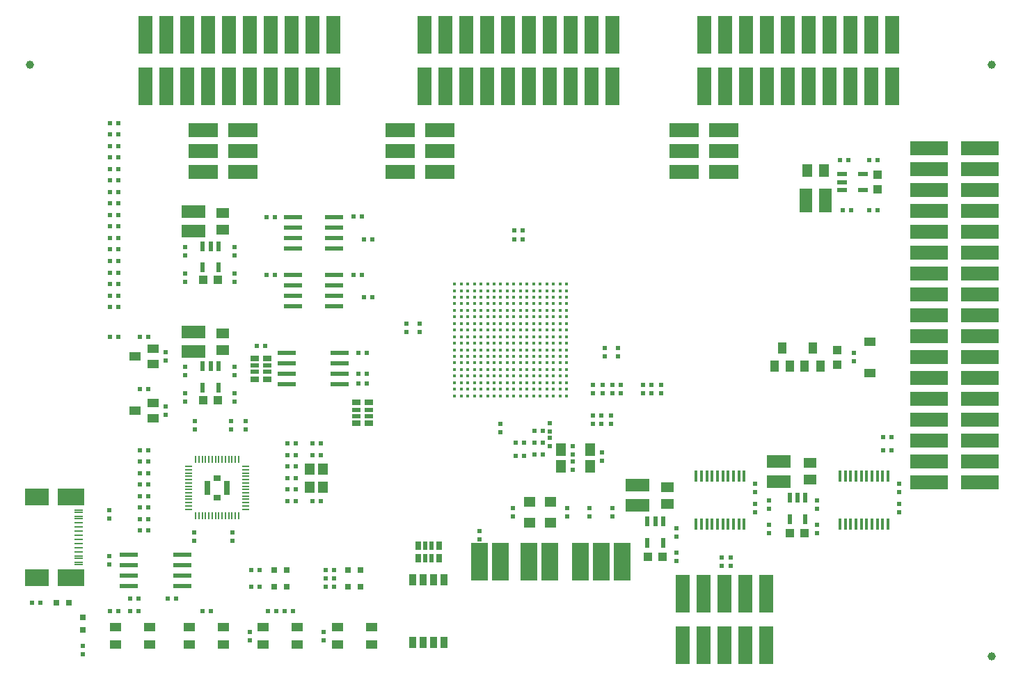
<source format=gbr>
%TF.GenerationSoftware,KiCad,Pcbnew,7.0.9-7.0.9~ubuntu22.04.1*%
%TF.CreationDate,2023-12-13T13:54:37+02:00*%
%TF.ProjectId,GateMateA1-EVB_Rev_A,47617465-4d61-4746-9541-312d4556425f,A*%
%TF.SameCoordinates,PX5f5e100PY7bfa480*%
%TF.FileFunction,Paste,Top*%
%TF.FilePolarity,Positive*%
%FSLAX46Y46*%
G04 Gerber Fmt 4.6, Leading zero omitted, Abs format (unit mm)*
G04 Created by KiCad (PCBNEW 7.0.9-7.0.9~ubuntu22.04.1) date 2023-12-13 13:54:37*
%MOMM*%
%LPD*%
G01*
G04 APERTURE LIST*
G04 Aperture macros list*
%AMOutline4P*
0 Free polygon, 4 corners , with rotation*
0 The origin of the aperture is its center*
0 number of corners: always 4*
0 $1 to $8 corner X, Y*
0 $9 Rotation angle, in degrees counterclockwise*
0 create outline with 4 corners*
4,1,4,$1,$2,$3,$4,$5,$6,$7,$8,$1,$2,$9*%
G04 Aperture macros list end*
%ADD10R,0.500000X0.550000*%
%ADD11R,0.550000X0.500000*%
%ADD12R,3.556000X1.778000*%
%ADD13R,3.000000X1.600000*%
%ADD14R,3.200000X2.100000*%
%ADD15R,3.000000X2.100000*%
%ADD16R,2.200000X1.100000*%
%ADD17R,2.000000X1.100000*%
%ADD18R,1.130000X0.280000*%
%ADD19R,1.130000X0.230000*%
%ADD20R,4.550000X1.700000*%
%ADD21R,1.700000X4.550000*%
%ADD22R,2.200000X0.600000*%
%ADD23R,0.960000X1.470000*%
%ADD24R,0.550000X1.200000*%
%ADD25R,1.016000X1.016000*%
%ADD26C,1.000000*%
%ADD27R,1.524000X1.270000*%
%ADD28R,1.400000X1.000000*%
%ADD29R,0.800000X0.800000*%
%ADD30Outline4P,-0.850000X-2.275000X0.850000X-2.275000X0.850000X2.275000X-0.850000X2.275000X180.000000*%
%ADD31R,1.016000X0.762000*%
%ADD32R,1.016000X0.508000*%
%ADD33R,2.032000X4.572000*%
%ADD34R,1.270000X1.524000*%
%ADD35R,0.762000X1.016000*%
%ADD36R,0.508000X1.016000*%
%ADD37R,0.886000X0.211000*%
%ADD38R,0.211000X0.886000*%
%ADD39R,0.800000X1.700000*%
%ADD40R,0.949200X0.800000*%
%ADD41R,1.200000X0.550000*%
%ADD42R,0.420000X0.420000*%
%ADD43R,0.350000X1.400000*%
%ADD44R,1.200000X1.400000*%
%ADD45R,1.000000X1.400000*%
%ADD46R,1.600000X3.000000*%
%ADD47R,1.400000X1.200000*%
G04 APERTURE END LIST*
D10*
X11292000Y7000000D03*
X12308000Y7000000D03*
X77100000Y34500000D03*
X76084000Y34500000D03*
D11*
X26200000Y16608000D03*
X26200000Y15592000D03*
D12*
X27413000Y65540000D03*
X22587000Y65540000D03*
X27413000Y63000000D03*
X22587000Y63000000D03*
X27413000Y60460000D03*
X22587000Y60460000D03*
D13*
X92600000Y22800000D03*
X92600000Y25200000D03*
D14*
X6530000Y11072400D03*
X6530000Y20927600D03*
D15*
X2350000Y11072400D03*
X2350000Y20927600D03*
D16*
X6530000Y11072400D03*
X6530000Y20927600D03*
D17*
X2350000Y11072400D03*
X2350000Y20927600D03*
D18*
X7432000Y19325000D03*
X7432000Y18525000D03*
D19*
X7432000Y17250000D03*
X7432000Y16250000D03*
X7432000Y15750000D03*
X7432000Y14750000D03*
D18*
X7432000Y13475000D03*
X7432000Y12675000D03*
X7432000Y12925000D03*
X7432000Y13725000D03*
D19*
X7432000Y14250000D03*
X7432000Y15250000D03*
X7432000Y16750000D03*
X7432000Y17750000D03*
D18*
X7432000Y18275000D03*
X7432000Y19075000D03*
D20*
X117125000Y63320000D03*
X110875000Y63320000D03*
X117125000Y60780000D03*
X110875000Y60780000D03*
X117125000Y58240000D03*
X110875000Y58240000D03*
X117125000Y55700000D03*
X110875000Y55700000D03*
X117125000Y53160000D03*
X110875000Y53160000D03*
X117125000Y50620000D03*
X110875000Y50620000D03*
X117125000Y48080000D03*
X110875000Y48080000D03*
X117125000Y45540000D03*
X110875000Y45540000D03*
X117125000Y43000000D03*
X110875000Y43000000D03*
X117125000Y40460000D03*
X110875000Y40460000D03*
X117125000Y37920000D03*
X110875000Y37920000D03*
X117125000Y35380000D03*
X110875000Y35380000D03*
X117125000Y32840000D03*
X110875000Y32840000D03*
X117125000Y30300000D03*
X110875000Y30300000D03*
X117125000Y27760000D03*
X110875000Y27760000D03*
X117125000Y25220000D03*
X110875000Y25220000D03*
X117125000Y22680000D03*
X110875000Y22680000D03*
D21*
X15570000Y77125000D03*
X15570000Y70875000D03*
X18110000Y77125000D03*
X18110000Y70875000D03*
X20650000Y77125000D03*
X20650000Y70875000D03*
X23190000Y77125000D03*
X23190000Y70875000D03*
X25730000Y77125000D03*
X25730000Y70875000D03*
X28270000Y77125000D03*
X28270000Y70875000D03*
X30810000Y77125000D03*
X30810000Y70875000D03*
X33350000Y77125000D03*
X33350000Y70875000D03*
X35890000Y77125000D03*
X35890000Y70875000D03*
X38430000Y77125000D03*
X38430000Y70875000D03*
X83570000Y77125000D03*
X83570000Y70875000D03*
X86110000Y77125000D03*
X86110000Y70875000D03*
X88650000Y77125000D03*
X88650000Y70875000D03*
X91190000Y77125000D03*
X91190000Y70875000D03*
X93730000Y77125000D03*
X93730000Y70875000D03*
X96270000Y77125000D03*
X96270000Y70875000D03*
X98810000Y77125000D03*
X98810000Y70875000D03*
X101350000Y77125000D03*
X101350000Y70875000D03*
X103890000Y77125000D03*
X103890000Y70875000D03*
X106430000Y77125000D03*
X106430000Y70875000D03*
D22*
X20035000Y10095000D03*
X20035000Y11365000D03*
X20035000Y12635000D03*
X20035000Y13905000D03*
X13565000Y13905000D03*
X13565000Y12635000D03*
X13565000Y11365000D03*
X13565000Y10095000D03*
D10*
X41908000Y55000000D03*
X40892000Y55000000D03*
D23*
X48095000Y10810000D03*
X48095000Y3190000D03*
X49365000Y10810000D03*
X49365000Y3190000D03*
X50635000Y10810000D03*
X50635000Y3190000D03*
X51905000Y10810000D03*
X51905000Y3190000D03*
D10*
X62892000Y28900000D03*
X63908000Y28900000D03*
D24*
X95850000Y20800000D03*
X94900000Y20800000D03*
X93950000Y20800000D03*
X93950000Y18200000D03*
X95850000Y18200000D03*
D10*
X37492000Y11000000D03*
X38508000Y11000000D03*
D22*
X33500000Y54905000D03*
X33500000Y53635000D03*
X33500000Y52365000D03*
X33500000Y51095000D03*
X38500000Y51095000D03*
X38500000Y52365000D03*
X38500000Y53635000D03*
X38500000Y54905000D03*
D10*
X11292000Y44000000D03*
X12308000Y44000000D03*
X103600000Y61900000D03*
X104616000Y61900000D03*
D11*
X101750000Y37392000D03*
X101750000Y38408000D03*
X86800000Y13508000D03*
X86800000Y12492000D03*
X60300001Y18492000D03*
X60300001Y19508000D03*
D10*
X77100000Y33500000D03*
X76084000Y33500000D03*
X15908000Y23800000D03*
X14892000Y23800000D03*
D11*
X91400000Y19492000D03*
X91400000Y20508000D03*
D10*
X71008000Y30800000D03*
X69992000Y30800000D03*
D11*
X18000000Y37492001D03*
X18000000Y38508001D03*
D25*
X99750000Y38788999D03*
X99750000Y37010999D03*
D10*
X14892000Y21000000D03*
X15908000Y21000000D03*
D11*
X70000000Y33492000D03*
X70000000Y34508000D03*
D25*
X22600000Y47300000D03*
X24378000Y47300000D03*
D26*
X118500000Y1500000D03*
D11*
X91400000Y17508000D03*
X91400000Y16492000D03*
D10*
X15908000Y34000000D03*
X14892000Y34000000D03*
D11*
X85700000Y13508000D03*
X85700000Y12492000D03*
X26400000Y50292000D03*
X26400000Y51308000D03*
D10*
X12308000Y40400000D03*
X11292000Y40400000D03*
D11*
X71500000Y39008000D03*
X71500000Y37992000D03*
D10*
X2758000Y8000000D03*
X1742000Y8000000D03*
X38508000Y10000000D03*
X37492000Y10000000D03*
D27*
X79100000Y22116000D03*
X79100000Y20084000D03*
D10*
X41492000Y35900000D03*
X42508000Y35900000D03*
D28*
X103750000Y35999999D03*
X103750000Y39799999D03*
D11*
X28250000Y4508000D03*
X28250000Y3492000D03*
X37250000Y3492000D03*
X37250000Y4508000D03*
D10*
X29508000Y10000000D03*
X28492000Y10000000D03*
X11292000Y55200000D03*
X12308000Y55200000D03*
X12308000Y58000000D03*
X11292000Y58000000D03*
D29*
X4738000Y8000000D03*
X6262000Y8000000D03*
D11*
X97300000Y17508000D03*
X97300000Y16492000D03*
X78300000Y34508000D03*
X78300000Y33492000D03*
D26*
X118500000Y73500000D03*
D10*
X15908000Y16800000D03*
X14892000Y16800000D03*
D22*
X33500000Y47905000D03*
X33500000Y46635000D03*
X33500000Y45365000D03*
X33500000Y44095000D03*
X38500000Y44095000D03*
X38500000Y45365000D03*
X38500000Y46635000D03*
X38500000Y47905000D03*
D10*
X36908000Y20400000D03*
X35892000Y20400000D03*
D25*
X76711000Y13600000D03*
X78489000Y13600000D03*
D10*
X11292000Y45400000D03*
X12308000Y45400000D03*
D26*
X1500000Y73500000D03*
D10*
X35892000Y26000000D03*
X36908000Y26000000D03*
X12308001Y53800000D03*
X11292001Y53800000D03*
X11292001Y62200000D03*
X12308001Y62200000D03*
D29*
X31238000Y10000000D03*
X32762000Y10000000D03*
D11*
X107250000Y22508000D03*
X107250000Y21492000D03*
D27*
X96400000Y25016000D03*
X96400000Y22984000D03*
D11*
X64800000Y27092000D03*
X64800000Y28108000D03*
D10*
X62892000Y27500000D03*
X63908000Y27500000D03*
D11*
X72200000Y30808000D03*
X72200000Y29792000D03*
D10*
X62892000Y26100000D03*
X63908000Y26100000D03*
X35892000Y27393800D03*
X36908000Y27393800D03*
X29508000Y12000000D03*
X28492000Y12000000D03*
D25*
X94011000Y16500000D03*
X95789000Y16500000D03*
D11*
X20400000Y50292000D03*
X20400000Y51308000D03*
D10*
X11292000Y51000000D03*
X12308000Y51000000D03*
D30*
X91080000Y2875000D03*
X91080000Y9125000D03*
X88540000Y2875000D03*
X88540000Y9125000D03*
X86000000Y2875000D03*
X86000000Y9125000D03*
X83460000Y2875000D03*
X83460000Y9125000D03*
X80920000Y2875000D03*
X80920000Y9125000D03*
D11*
X80150000Y16092000D03*
X80150000Y17108000D03*
D10*
X61508000Y52200000D03*
X60492000Y52200000D03*
D11*
X21500000Y16608000D03*
X21500000Y15592000D03*
D10*
X11292000Y63600000D03*
X12308000Y63600000D03*
D31*
X42762000Y29830000D03*
X41238000Y29830000D03*
D32*
X42762000Y30719000D03*
X41238000Y30719000D03*
X42762000Y31481000D03*
X41238000Y31481000D03*
D31*
X42762000Y32370000D03*
X41238000Y32370000D03*
D13*
X21400000Y53200000D03*
X21400000Y55600000D03*
D28*
X38925000Y5075000D03*
X38925000Y2925000D03*
X43075000Y5075000D03*
X43075000Y2925000D03*
D10*
X106308000Y28200000D03*
X105292000Y28200000D03*
D33*
X64770000Y13000000D03*
X62230000Y13000000D03*
D11*
X58800000Y29808000D03*
X58800000Y28792000D03*
D28*
X29925000Y5075000D03*
X29925000Y2925000D03*
X34075000Y5075000D03*
X34075000Y2925000D03*
D31*
X30362000Y35230000D03*
X28838000Y35230000D03*
D32*
X30362000Y36119000D03*
X28838000Y36119000D03*
X30362000Y36881000D03*
X28838000Y36881000D03*
D31*
X30362000Y37770000D03*
X28838000Y37770000D03*
D11*
X71200000Y33492000D03*
X71200000Y34508000D03*
D34*
X96084000Y60600000D03*
X98116000Y60600000D03*
D11*
X89750000Y18992000D03*
X89750000Y20008000D03*
X69600000Y18492000D03*
X69600000Y19508000D03*
X56200000Y16708000D03*
X56200000Y15692000D03*
X26400000Y35692000D03*
X26400000Y36708000D03*
D10*
X41492000Y34700000D03*
X42508000Y34700000D03*
X32892000Y24600000D03*
X33908000Y24600000D03*
D34*
X66100000Y24584000D03*
X66100000Y26616000D03*
D35*
X48730000Y13428000D03*
X48730000Y14952000D03*
D36*
X49619000Y13428000D03*
X49619000Y14952000D03*
X50381000Y13428000D03*
X50381000Y14952000D03*
D35*
X51270000Y13428000D03*
X51270000Y14952000D03*
D22*
X32765000Y38405000D03*
X32765000Y37135000D03*
X32765000Y35865000D03*
X32765000Y34595000D03*
X39235000Y34595000D03*
X39235000Y35865000D03*
X39235000Y37135000D03*
X39235000Y38405000D03*
D11*
X20400000Y35692000D03*
X20400000Y36708000D03*
D13*
X21400000Y38600000D03*
X21400000Y41000000D03*
D10*
X11292000Y48200000D03*
X12308000Y48200000D03*
X105292000Y26600000D03*
X106308000Y26600000D03*
X11292001Y59400000D03*
X12308001Y59400000D03*
X32892000Y21800000D03*
X33908000Y21800000D03*
D37*
X20862500Y24606200D03*
X20862500Y24206200D03*
X20862500Y23806200D03*
X20862500Y23406200D03*
X20862500Y23006200D03*
X20862500Y22606200D03*
X20862500Y22206200D03*
X20862500Y21806200D03*
X20862500Y21406200D03*
X20862500Y21006200D03*
X20862500Y20606200D03*
X20862500Y20206200D03*
X20862500Y19806200D03*
X20862500Y19406200D03*
D38*
X21700000Y25443700D03*
X21700000Y18568700D03*
X22100000Y25443700D03*
X22100000Y18568700D03*
X22500000Y25443700D03*
X22500000Y18568700D03*
X22900000Y25443700D03*
X22900000Y18568700D03*
D39*
X23106200Y22006200D03*
D38*
X23300000Y25443700D03*
X23300000Y18568700D03*
X23700000Y25443700D03*
X23700000Y18568700D03*
X24100000Y25443700D03*
X24100000Y18568700D03*
D40*
X24300000Y23200000D03*
X24300000Y20812400D03*
D38*
X24500000Y25443700D03*
X24500000Y18568700D03*
X24900000Y25443700D03*
X24900000Y18568700D03*
X25300000Y25443700D03*
X25300000Y18568700D03*
D39*
X25493800Y22006200D03*
D38*
X25700000Y25443700D03*
X25700000Y18568700D03*
X26100000Y25443700D03*
X26100000Y18568700D03*
X26500000Y25443700D03*
X26500000Y18568700D03*
X26900000Y25443700D03*
X26900000Y18568700D03*
D37*
X27737500Y24606200D03*
X27737500Y24206200D03*
X27737500Y23806200D03*
X27737500Y23406200D03*
X27737500Y23006200D03*
X27737500Y22606200D03*
X27737500Y22206200D03*
X27737500Y21806200D03*
X27737500Y21406200D03*
X27737500Y21006200D03*
X27737500Y20606200D03*
X27737500Y20206200D03*
X27737500Y19806200D03*
X27737500Y19406200D03*
D10*
X60592000Y25900000D03*
X61608000Y25900000D03*
D28*
X11925000Y5075000D03*
X11925000Y2925000D03*
X16075000Y5075000D03*
X16075000Y2925000D03*
D10*
X60592000Y27500000D03*
X61608000Y27500000D03*
X30292000Y47900000D03*
X31308000Y47900000D03*
D24*
X24450000Y51400000D03*
X23500000Y51400000D03*
X22550000Y51400000D03*
X22550000Y48800000D03*
X24450000Y48800000D03*
D10*
X13692000Y7000000D03*
X14708000Y7000000D03*
D11*
X66899999Y18492000D03*
X66899999Y19508000D03*
D41*
X100308000Y60150000D03*
X100308000Y59200000D03*
X100308000Y58250000D03*
X102908000Y58250000D03*
X102908000Y60150000D03*
D11*
X97300000Y19492000D03*
X97300000Y20508000D03*
D42*
X66800000Y46800000D03*
X66000000Y46800000D03*
X65200000Y46800000D03*
X64400000Y46800000D03*
X63600000Y46800000D03*
X62800000Y46800000D03*
X62000000Y46800000D03*
X61200000Y46800000D03*
X60400000Y46800000D03*
X59600000Y46800000D03*
X58800000Y46800000D03*
X58000000Y46800000D03*
X57200000Y46800000D03*
X56400000Y46800000D03*
X55600000Y46800000D03*
X54800000Y46800000D03*
X54000000Y46800000D03*
X53200000Y46800000D03*
X66800000Y46000000D03*
X66000000Y46000000D03*
X65200000Y46000000D03*
X64400000Y46000000D03*
X63600000Y46000000D03*
X62800000Y46000000D03*
X62000000Y46000000D03*
X61200000Y46000000D03*
X60400000Y46000000D03*
X59600000Y46000000D03*
X58800000Y46000000D03*
X58000000Y46000000D03*
X57200000Y46000000D03*
X56400000Y46000000D03*
X55600000Y46000000D03*
X54800000Y46000000D03*
X54000000Y46000000D03*
X53200000Y46000000D03*
X66800000Y45200000D03*
X66000000Y45200000D03*
X65200000Y45200000D03*
X64400000Y45200000D03*
X63600000Y45200000D03*
X62800000Y45200000D03*
X62000000Y45200000D03*
X61200000Y45200000D03*
X60400000Y45200000D03*
X59600000Y45200000D03*
X58800000Y45200000D03*
X58000000Y45200000D03*
X57200000Y45200000D03*
X56400000Y45200000D03*
X55600000Y45200000D03*
X54800000Y45200000D03*
X54000000Y45200000D03*
X53200000Y45200000D03*
X66800000Y44400000D03*
X66000000Y44400000D03*
X65200000Y44400000D03*
X64400000Y44400000D03*
X63600000Y44400000D03*
X62800000Y44400000D03*
X62000000Y44400000D03*
X61200000Y44400000D03*
X60400000Y44400000D03*
X59600000Y44400000D03*
X58800000Y44400000D03*
X58000000Y44400000D03*
X57200000Y44400000D03*
X56400000Y44400000D03*
X55600000Y44400000D03*
X54800000Y44400000D03*
X54000000Y44400000D03*
X53200000Y44400000D03*
X66800000Y43600000D03*
X66000000Y43600000D03*
X65200000Y43600000D03*
X64400000Y43600000D03*
X63600000Y43600000D03*
X62800000Y43600000D03*
X62000000Y43600000D03*
X61200000Y43600000D03*
X60400000Y43600000D03*
X59600000Y43600000D03*
X58800000Y43600000D03*
X58000000Y43600000D03*
X57200000Y43600000D03*
X56400000Y43600000D03*
X55600000Y43600000D03*
X54800000Y43600000D03*
X54000000Y43600000D03*
X53200000Y43600000D03*
X66800000Y42800000D03*
X66000000Y42800000D03*
X65200000Y42800000D03*
X64400000Y42800000D03*
X63600000Y42800000D03*
X62800000Y42800000D03*
X62000000Y42800000D03*
X61200000Y42800000D03*
X60400000Y42800000D03*
X59600000Y42800000D03*
X58800000Y42800000D03*
X58000000Y42800000D03*
X57200000Y42800000D03*
X56400000Y42800000D03*
X55600000Y42800000D03*
X54800000Y42800000D03*
X54000000Y42800000D03*
X53200000Y42800000D03*
X66800000Y42000000D03*
X66000000Y42000000D03*
X65200000Y42000000D03*
X64400000Y42000000D03*
X63600000Y42000000D03*
X62800000Y42000000D03*
X62000000Y42000000D03*
X61200000Y42000000D03*
X60400000Y42000000D03*
X59600000Y42000000D03*
X58800000Y42000000D03*
X58000000Y42000000D03*
X57200000Y42000000D03*
X56400000Y42000000D03*
X55600000Y42000000D03*
X54800000Y42000000D03*
X54000000Y42000000D03*
X53200000Y42000000D03*
X66800000Y41200000D03*
X66000000Y41200000D03*
X65200000Y41200000D03*
X64400000Y41200000D03*
X63600000Y41200000D03*
X62800000Y41200000D03*
X62000000Y41200000D03*
X61200000Y41200000D03*
X60400000Y41200000D03*
X59600000Y41200000D03*
X58800000Y41200000D03*
X58000000Y41200000D03*
X57200000Y41200000D03*
X56400000Y41200000D03*
X55600000Y41200000D03*
X54800000Y41200000D03*
X54000000Y41200000D03*
X53200000Y41200000D03*
X66800000Y40400000D03*
X66000000Y40400000D03*
X65200000Y40400000D03*
X64400000Y40400000D03*
X63600000Y40400000D03*
X62800000Y40400000D03*
X62000000Y40400000D03*
X61200000Y40400000D03*
X60400000Y40400000D03*
X59600000Y40400000D03*
X58800000Y40400000D03*
X58000000Y40400000D03*
X57200000Y40400000D03*
X56400000Y40400000D03*
X55600000Y40400000D03*
X54800000Y40400000D03*
X54000000Y40400000D03*
X53200000Y40400000D03*
X66800000Y39600000D03*
X66000000Y39600000D03*
X65200000Y39600000D03*
X64400000Y39600000D03*
X63600000Y39600000D03*
X62800000Y39600000D03*
X62000000Y39600000D03*
X61200000Y39600000D03*
X60400000Y39600000D03*
X59600000Y39600000D03*
X58800000Y39600000D03*
X58000000Y39600000D03*
X57200000Y39600000D03*
X56400000Y39600000D03*
X55600000Y39600000D03*
X54800000Y39600000D03*
X54000000Y39600000D03*
X53200000Y39600000D03*
X66800000Y38800000D03*
X66000000Y38800000D03*
X65200000Y38800000D03*
X64400000Y38800000D03*
X63600000Y38800000D03*
X62800000Y38800000D03*
X62000000Y38800000D03*
X61200000Y38800000D03*
X60400000Y38800000D03*
X59600000Y38800000D03*
X58800000Y38800000D03*
X58000000Y38800000D03*
X57200000Y38800000D03*
X56400000Y38800000D03*
X55600000Y38800000D03*
X54800000Y38800000D03*
X54000000Y38800000D03*
X53200000Y38800000D03*
X66800000Y38000000D03*
X66000000Y38000000D03*
X65200000Y38000000D03*
X64400000Y38000000D03*
X63600000Y38000000D03*
X62800000Y38000000D03*
X62000000Y38000000D03*
X61200000Y38000000D03*
X60400000Y38000000D03*
X59600000Y38000000D03*
X58800000Y38000000D03*
X58000000Y38000000D03*
X57200000Y38000000D03*
X56400000Y38000000D03*
X55600000Y38000000D03*
X54800000Y38000000D03*
X54000000Y38000000D03*
X53200000Y38000000D03*
X66800000Y37200000D03*
X66000000Y37200000D03*
X65200000Y37200000D03*
X64400000Y37200000D03*
X63600000Y37200000D03*
X62800000Y37200000D03*
X62000000Y37200000D03*
X61200000Y37200000D03*
X60400000Y37200000D03*
X59600000Y37200000D03*
X58800000Y37200000D03*
X58000000Y37200000D03*
X57200000Y37200000D03*
X56400000Y37200000D03*
X55600000Y37200000D03*
X54800000Y37200000D03*
X54000000Y37200000D03*
X53200000Y37200000D03*
X66800000Y36400000D03*
X66000000Y36400000D03*
X65200000Y36400000D03*
X64400000Y36400000D03*
X63600000Y36400000D03*
X62800000Y36400000D03*
X62000000Y36400000D03*
X61200000Y36400000D03*
X60400000Y36400000D03*
X59600000Y36400000D03*
X58800000Y36400000D03*
X58000000Y36400000D03*
X57200000Y36400000D03*
X56400000Y36400000D03*
X55600000Y36400000D03*
X54800000Y36400000D03*
X54000000Y36400000D03*
X53200000Y36400000D03*
X66800000Y35600000D03*
X66000000Y35600000D03*
X65200000Y35600000D03*
X64400000Y35600000D03*
X63600000Y35600000D03*
X62800000Y35600000D03*
X62000000Y35600000D03*
X61200000Y35600000D03*
X60400000Y35600000D03*
X59600000Y35600000D03*
X58800000Y35600000D03*
X58000000Y35600000D03*
X57200000Y35600000D03*
X56400000Y35600000D03*
X55600000Y35600000D03*
X54800000Y35600000D03*
X54000000Y35600000D03*
X53200000Y35600000D03*
X66800000Y34800000D03*
X66000000Y34800000D03*
X65200000Y34800000D03*
X64400000Y34800000D03*
X63600000Y34800000D03*
X62800000Y34800000D03*
X62000000Y34800000D03*
X61200000Y34800000D03*
X60400000Y34800000D03*
X59600000Y34800000D03*
X58800000Y34800000D03*
X58000000Y34800000D03*
X57200000Y34800000D03*
X56400000Y34800000D03*
X55600000Y34800000D03*
X54800000Y34800000D03*
X54000000Y34800000D03*
X53200000Y34800000D03*
X66800000Y34000000D03*
X66000000Y34000000D03*
X65200000Y34000000D03*
X64400000Y34000000D03*
X63600000Y34000000D03*
X62800000Y34000000D03*
X62000000Y34000000D03*
X61200000Y34000000D03*
X60400000Y34000000D03*
X59600000Y34000000D03*
X58800000Y34000000D03*
X58000000Y34000000D03*
X57200000Y34000000D03*
X56400000Y34000000D03*
X55600000Y34000000D03*
X54800000Y34000000D03*
X54000000Y34000000D03*
X53200000Y34000000D03*
X66800000Y33200000D03*
X66000000Y33200000D03*
X65200000Y33200000D03*
X64400000Y33200000D03*
X63600000Y33200000D03*
X62800000Y33200000D03*
X62000000Y33200000D03*
X61200000Y33200000D03*
X60400000Y33200000D03*
X59600000Y33200000D03*
X58800000Y33200000D03*
X58000000Y33200000D03*
X57200000Y33200000D03*
X56400000Y33200000D03*
X55600000Y33200000D03*
X54800000Y33200000D03*
X54000000Y33200000D03*
X53200000Y33200000D03*
D11*
X11200000Y12692000D03*
X11200000Y13708000D03*
D10*
X12308001Y65000000D03*
X11292001Y65000000D03*
D21*
X49570000Y77125000D03*
X49570000Y70875000D03*
X52110000Y77125000D03*
X52110000Y70875000D03*
X54650000Y77125000D03*
X54650000Y70875000D03*
X57190000Y77125000D03*
X57190000Y70875000D03*
X59730000Y77125000D03*
X59730000Y70875000D03*
X62270000Y77125000D03*
X62270000Y70875000D03*
X64810000Y77125000D03*
X64810000Y70875000D03*
X67350000Y77125000D03*
X67350000Y70875000D03*
X69890000Y77125000D03*
X69890000Y70875000D03*
X72430000Y77125000D03*
X72430000Y70875000D03*
D11*
X26400000Y48108000D03*
X26400000Y47092000D03*
D43*
X88425000Y23400000D03*
X87775000Y23400000D03*
X87125000Y23400000D03*
X86475000Y23400000D03*
X85825000Y23400000D03*
X85175000Y23400000D03*
X84525000Y23400000D03*
X83875000Y23400000D03*
X83225000Y23400000D03*
X82575000Y23400000D03*
X82575000Y17600000D03*
X83225000Y17600000D03*
X83875000Y17600000D03*
X84525000Y17600000D03*
X85175000Y17600000D03*
X85825000Y17600000D03*
X86475000Y17600000D03*
X87125000Y17600000D03*
X87775000Y17600000D03*
X88425000Y17600000D03*
D29*
X40238000Y12000000D03*
X41762000Y12000000D03*
D11*
X20400000Y48108000D03*
X20400000Y47092000D03*
D33*
X58770000Y13000000D03*
X56230000Y13000000D03*
D11*
X64800000Y28892000D03*
X64800000Y29908000D03*
D24*
X78550000Y17900000D03*
X77600000Y17900000D03*
X76650000Y17900000D03*
X76650000Y15300000D03*
X78550000Y15300000D03*
D11*
X67600000Y24192000D03*
X67600000Y25208000D03*
D10*
X12308000Y66400000D03*
X11292000Y66400000D03*
D11*
X48900000Y40992000D03*
X48900000Y42008000D03*
D10*
X22492000Y7000000D03*
X23508000Y7000000D03*
D44*
X35600000Y24300000D03*
X37200000Y22100000D03*
X37200000Y24300000D03*
X35600000Y22100000D03*
D10*
X33908000Y20400000D03*
X32892000Y20400000D03*
X30108000Y39300000D03*
X29092000Y39300000D03*
D33*
X73540000Y13000000D03*
X71000000Y13000000D03*
X68460000Y13000000D03*
D11*
X11200000Y19308000D03*
X11200000Y18292000D03*
D28*
X16507440Y30450040D03*
X16507440Y32352500D03*
X14297640Y31397460D03*
D29*
X31238000Y12000000D03*
X32762000Y12000000D03*
D11*
X71100000Y25292000D03*
X71100000Y26308000D03*
D10*
X103592000Y55800000D03*
X104608000Y55800000D03*
X61508000Y53300000D03*
X60492000Y53300000D03*
X15908000Y25200000D03*
X14892000Y25200000D03*
X38508000Y12000000D03*
X37492000Y12000000D03*
D25*
X104608000Y58311000D03*
X104608000Y60089000D03*
D10*
X41908000Y47900000D03*
X40892000Y47900000D03*
X11292000Y52400000D03*
X12308000Y52400000D03*
D27*
X25000000Y55416000D03*
X25000000Y53384000D03*
D10*
X11292000Y60800000D03*
X12308000Y60800000D03*
D12*
X51413000Y65540000D03*
X46587000Y65540000D03*
X51413000Y63000000D03*
X46587000Y63000000D03*
X51413000Y60460000D03*
X46587000Y60460000D03*
D11*
X80150000Y14108000D03*
X80150000Y13092000D03*
D10*
X101116000Y61900000D03*
X100100000Y61900000D03*
X15908000Y40400000D03*
X14892000Y40400000D03*
X33908000Y26000000D03*
X32892000Y26000000D03*
D11*
X107250000Y18992000D03*
X107250000Y20008000D03*
D28*
X16507440Y37050040D03*
X16507440Y38952500D03*
X14297640Y37997460D03*
D10*
X42192000Y52200000D03*
X43208000Y52200000D03*
X32892000Y23200000D03*
X33908000Y23200000D03*
X12308000Y49600000D03*
X11292000Y49600000D03*
X11292000Y46800000D03*
X12308000Y46800000D03*
X18292000Y8500000D03*
X19308000Y8500000D03*
X15908000Y19600000D03*
X14892000Y19600000D03*
D11*
X20400000Y33480000D03*
X20400000Y32464000D03*
D10*
X73408000Y34500000D03*
X72392000Y34500000D03*
X32492000Y7000000D03*
X33508000Y7000000D03*
D11*
X67600000Y26092000D03*
X67600000Y27108000D03*
D10*
X14892000Y22400000D03*
X15908000Y22400000D03*
D11*
X27800000Y29092000D03*
X27800000Y30108000D03*
D10*
X30492000Y7000000D03*
X31508000Y7000000D03*
D45*
X95800000Y36799999D03*
X97700000Y36799999D03*
X96750000Y38999999D03*
D28*
X20925000Y5075000D03*
X20925000Y2925000D03*
X25075000Y5075000D03*
X25075000Y2925000D03*
D25*
X22611000Y32700000D03*
X24389000Y32700000D03*
D11*
X8000000Y2758000D03*
X8000000Y1742000D03*
D10*
X15908000Y26600000D03*
X14892000Y26600000D03*
X15908000Y18200000D03*
X14892000Y18200000D03*
D24*
X24450000Y36800000D03*
X23500000Y36800000D03*
X22550000Y36800000D03*
X22550000Y34200000D03*
X24450000Y34200000D03*
D29*
X8000000Y4738000D03*
X8000000Y6262000D03*
D10*
X33908000Y27393800D03*
X32892000Y27393800D03*
D11*
X21600000Y29098200D03*
X21600000Y30114200D03*
X18000000Y30892000D03*
X18000000Y31908000D03*
D10*
X11292000Y56600000D03*
X12308000Y56600000D03*
X30292000Y54900000D03*
X31308000Y54900000D03*
D34*
X69700000Y24584000D03*
X69700000Y26616000D03*
D13*
X75400000Y19900000D03*
X75400000Y22300000D03*
D10*
X71008000Y29800000D03*
X69992000Y29800000D03*
D27*
X25000000Y40816000D03*
X25000000Y38784000D03*
D43*
X105925000Y23400000D03*
X105275000Y23400000D03*
X104625000Y23400000D03*
X103975000Y23400000D03*
X103325000Y23400000D03*
X102675000Y23400000D03*
X102025000Y23400000D03*
X101375000Y23400000D03*
X100725000Y23400000D03*
X100075000Y23400000D03*
X100075000Y17600000D03*
X100725000Y17600000D03*
X101375000Y17600000D03*
X102025000Y17600000D03*
X102675000Y17600000D03*
X103325000Y17600000D03*
X103975000Y17600000D03*
X104625000Y17600000D03*
X105275000Y17600000D03*
X105925000Y17600000D03*
D11*
X89750000Y22508000D03*
X89750000Y21492000D03*
X47300000Y40992000D03*
X47300000Y42008000D03*
D46*
X98300000Y57000000D03*
X95900000Y57000000D03*
D10*
X73408000Y33500000D03*
X72392000Y33500000D03*
X13692000Y8500000D03*
X14708000Y8500000D03*
X42192000Y45200000D03*
X43208000Y45200000D03*
X42508000Y38400000D03*
X41492000Y38400000D03*
D11*
X26400000Y33480000D03*
X26400000Y32464000D03*
D47*
X62330000Y17730000D03*
X64870000Y17730000D03*
X64870000Y20270000D03*
X62330000Y20270000D03*
D11*
X26000000Y29098200D03*
X26000000Y30114200D03*
X73100000Y39008000D03*
X73100000Y37992000D03*
D12*
X85913000Y65540000D03*
X81087000Y65540000D03*
X85913000Y63000000D03*
X81087000Y63000000D03*
X85913000Y60460000D03*
X81087000Y60460000D03*
D10*
X101408000Y55800000D03*
X100392000Y55800000D03*
D11*
X72400000Y19508000D03*
X72400000Y18492000D03*
D45*
X92100000Y36800000D03*
X94000000Y36800000D03*
X93050000Y39000000D03*
D29*
X40238000Y10000000D03*
X41762000Y10000000D03*
M02*

</source>
